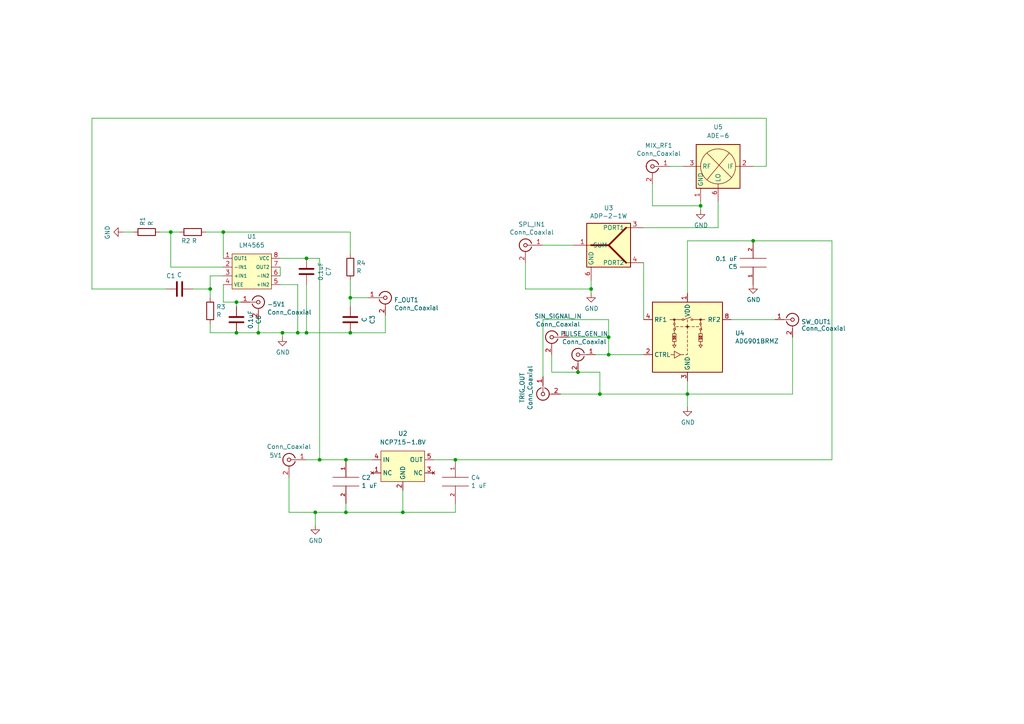
<source format=kicad_sch>
(kicad_sch (version 20211123) (generator eeschema)
  (paper "A4")
  (lib_symbols
    (symbol "Connector:Conn_Coaxial" (pin_names (offset 1.016) hide)
      (property "Reference" "J" (at 0.254 3.048 0))
      (property "Value" "Conn_Coaxial" (at 2.921 0 90))
      (symbol "Conn_Coaxial_0_1"
        (arc (start -1.778 -0.508) (mid 0.222 -1.808) (end 1.778 0) (stroke (width 0.254)))
        (polyline (pts (xy -2.54 0) (xy -0.508 0)))
        (polyline (pts (xy 0 -2.54) (xy 0 -1.778)))
        (circle (center 0 0) (radius 0.508) (stroke (width 0.2032)))
        (arc (start 1.778 0) (mid 0.222 1.8083) (end -1.778 0.508) (stroke (width 0.254)))
      )
      (symbol "Conn_Coaxial_1_1"
        (pin passive line (at -5.08 0 0) (length 2.54) (name "In") (number "1"))
        (pin passive line (at 0 -5.08 90) (length 2.54) (name "Ext") (number "2"))
      )
    )
    (symbol "Device:C" (pin_numbers hide) (pin_names (offset 0.254))
      (property "Reference" "C" (at 0.635 2.54 0))
      (property "Value" "C" (at 0.635 -2.54 0))
      (symbol "C_0_1"
        (polyline (pts (xy -2.032 -0.762) (xy 2.032 -0.762)) (stroke (width 0.508)))
        (polyline (pts (xy -2.032 0.762) (xy 2.032 0.762)) (stroke (width 0.508)))
      )
      (symbol "C_1_1"
        (pin passive line (at 0 3.81 270) (length 2.794) (name "~") (number "1"))
        (pin passive line (at 0 -3.81 90) (length 2.794) (name "~") (number "2"))
      )
    )
    (symbol "Device:R" (pin_numbers hide) (pin_names (offset 0))
      (property "Reference" "R" (at 2.032 0 90))
      (property "Value" "R" (at 0 0 90))
      (symbol "R_0_1"
        (rectangle (start -1.016 -2.54) (end 1.016 2.54) (stroke (width 0.254)))
      )
      (symbol "R_1_1"
        (pin passive line (at 0 3.81 270) (length 1.27) (name "~") (number "1"))
        (pin passive line (at 0 -3.81 90) (length 1.27) (name "~") (number "2"))
      )
    )
    (symbol "LM4565 Operational Amplifier:LM4565"
      (property "Reference" "U" (at 0 -6.35 0))
      (property "Value" "LM4565" (at 0 6.35 0))
      (symbol "LM4565_0_1"
        (rectangle (start -6.35 5.08) (end 5.08 -5.08) (fill (type background)))
      )
      (symbol "LM4565_1_1"
        (pin output line (at -8.89 3.81 0) (length 2.54) (name "OUT1") (number "1"))
        (pin input line (at -8.89 1.27 0) (length 2.54) (name "-IN1") (number "2"))
        (pin input line (at -8.89 -1.27 0) (length 2.54) (name "+IN1") (number "3"))
        (pin power_in line (at -8.89 -3.81 0) (length 2.54) (name "VEE") (number "4"))
        (pin input line (at 7.62 -3.81 180) (length 2.54) (name "+IN2") (number "5"))
        (pin input line (at 7.62 -1.27 180) (length 2.54) (name "-IN2") (number "6"))
        (pin output line (at 7.62 1.27 180) (length 2.54) (name "OUT2") (number "7"))
        (pin power_in line (at 7.62 3.81 180) (length 2.54) (name "VCC") (number "8"))
      )
    )
    (symbol "NCP715:NCP715-1.8V"
      (property "Reference" "U" (at -5.08 -6.35 0))
      (property "Value" "NCP715-1.8V" (at 0 7.62 0))
      (symbol "NCP715-1.8V_0_1"
        (rectangle (start -6.35 5.08) (end 6.35 -3.81) (fill (type background)))
      )
      (symbol "NCP715-1.8V_1_1"
        (pin no_connect line (at -8.89 -1.27 0) (length 2.54) (name "NC") (number "1"))
        (pin power_in line (at 0 -6.35 90) (length 2.54) (name "GND") (number "2"))
        (pin no_connect line (at 8.89 -1.27 180) (length 2.54) (name "NC") (number "3"))
        (pin power_in line (at -8.89 2.54 0) (length 2.54) (name "IN") (number "4"))
        (pin power_out line (at 8.89 2.54 180) (length 2.54) (name "OUT") (number "5"))
      )
    )
    (symbol "RF:ADP-2-1W"
      (property "Reference" "U" (at -6.35 7.62 0))
      (property "Value" "ADP-2-1W" (at 6.35 7.62 0))
      (symbol "ADP-2-1W_0_1"
        (rectangle (start -6.35 6.35) (end 6.35 -6.35) (stroke (width 0.254)) (fill (type background)))
        (polyline (pts (xy 0 0) (xy 5.08 -5.08)) (stroke (width 0.508)))
        (polyline (pts (xy -5.08 0) (xy 0 0) (xy 5.08 5.08)) (stroke (width 0.508)))
      )
      (symbol "ADP-2-1W_1_1"
        (pin passive line (at -10.16 0 0) (length 5.08) (name "SUM") (number "1"))
        (pin no_connect line (at 5.08 2.54 180) (length 5.08) hide (name "NC") (number "2"))
        (pin passive line (at 10.16 5.08 180) (length 5.08) (name "PORT1") (number "3"))
        (pin passive line (at 10.16 -5.08 180) (length 5.08) (name "PORT2") (number "4"))
        (pin no_connect line (at 5.08 -2.54 180) (length 5.08) hide (name "NC") (number "5"))
        (pin passive line (at -5.08 -10.16 90) (length 3.81) (name "GND") (number "6"))
      )
    )
    (symbol "RF_Mixer:ADE-6"
      (property "Reference" "U" (at -6.35 7.62 0))
      (property "Value" "ADE-6" (at 6.35 7.62 0))
      (symbol "ADE-6_0_1"
        (rectangle (start -6.35 6.35) (end 6.35 -6.35) (stroke (width 0.254)) (fill (type background)))
        (polyline (pts (xy -3.175 -3.81) (xy 3.175 3.81)))
        (polyline (pts (xy 3.81 -3.175) (xy -3.175 3.81)))
        (circle (center 0 0) (radius 5.08))
      )
      (symbol "ADE-6_1_1"
        (pin power_in line (at -5.08 -10.16 90) (length 3.81) (name "GND") (number "1"))
        (pin output line (at 10.16 0 180) (length 5.08) (name "IF") (number "2"))
        (pin input line (at -10.16 0 0) (length 5.08) (name "RF") (number "3"))
        (pin passive line (at -5.08 -10.16 90) (length 3.81) hide (name "GND") (number "4"))
        (pin passive line (at -5.08 -10.16 90) (length 3.81) hide (name "GND") (number "5"))
        (pin input line (at 0 -10.16 90) (length 5.08) (name "LO") (number "6"))
      )
    )
    (symbol "RF_Switch:ADG901BRMZ"
      (property "Reference" "U" (at -10.16 11.43 0))
      (property "Value" "ADG901BRMZ" (at 1.27 11.43 0))
      (symbol "ADG901BRMZ_0_0"
        (rectangle (start -10.16 10.16) (end 10.16 -10.16) (stroke (width 0.254)) (fill (type background)))
        (polyline (pts (xy -4.826 -5.08) (xy -3.81 -5.08)))
        (polyline (pts (xy -2.54 3.048) (xy -3.302 3.048)))
        (polyline (pts (xy -2.032 3.048) (xy -1.27 3.048)))
        (polyline (pts (xy -1.016 -5.08) (xy -2.032 -5.08)))
        (polyline (pts (xy 0 -3.302) (xy 0 -4.064)))
        (polyline (pts (xy 0 -2.032) (xy 0 -2.794)))
        (polyline (pts (xy 0 -0.762) (xy 0 -1.524)))
        (polyline (pts (xy 0 0.508) (xy 0 -0.254)))
        (polyline (pts (xy 0 1.778) (xy 0 1.016)))
        (polyline (pts (xy 0 3.048) (xy -0.762 3.048)))
        (polyline (pts (xy 0 3.048) (xy 0 2.286)))
        (polyline (pts (xy 0 3.048) (xy 0 3.81)))
        (polyline (pts (xy 0 3.048) (xy 0.762 3.048)))
        (polyline (pts (xy 0 4.318) (xy 0 5.08)))
        (polyline (pts (xy 1.27 3.048) (xy 2.032 3.048)))
        (polyline (pts (xy 2.54 3.048) (xy 3.302 3.048)))
        (polyline (pts (xy 0 -4.572) (xy 0 -5.08) (xy -0.508 -5.08)))
        (polyline (pts (xy -3.81 -4.064) (xy -3.81 -6.096) (xy -2.032 -5.08) (xy -3.81 -4.064)))
        (circle (center 0 3.048) (radius 0.254) (fill (type outline)))
        (text "50" (at -3.81 -0.127 900) (effects (font (size 0.635 0.635))))
        (text "50" (at 3.81 -0.127 900) (effects (font (size 0.635 0.635))))
      )
      (symbol "ADG901BRMZ_0_1"
        (rectangle (start -4.318 1.016) (end -3.302 -1.27))
        (circle (center -3.81 2.286) (radius 0.254))
        (circle (center -3.81 3.81) (radius 0.254))
        (circle (center -3.81 5.08) (radius 0.254) (fill (type outline)))
        (circle (center -1.27 5.08) (radius 0.254))
        (polyline (pts (xy -5.08 5.08) (xy -1.524 5.08)))
        (polyline (pts (xy -3.81 2.032) (xy -3.81 1.016)))
        (polyline (pts (xy -3.81 3.556) (xy -3.429 2.159)))
        (polyline (pts (xy -3.81 5.08) (xy -3.81 4.064)))
        (polyline (pts (xy -1.016 5.08) (xy 1.016 5.842)))
        (polyline (pts (xy 1.524 5.08) (xy 5.08 5.08)))
        (polyline (pts (xy 3.81 2.032) (xy 3.81 1.016)))
        (polyline (pts (xy 3.81 3.556) (xy 4.191 2.159)))
        (polyline (pts (xy 3.81 5.08) (xy 3.81 4.064)))
        (polyline (pts (xy -3.81 -1.27) (xy -3.81 -2.286) (xy -4.318 -2.286) (xy -3.81 -3.048) (xy -3.302 -2.286) (xy -3.81 -2.286)))
        (polyline (pts (xy 3.81 -1.27) (xy 3.81 -2.286) (xy 3.302 -2.286) (xy 3.81 -3.048) (xy 4.318 -2.286) (xy 3.81 -2.286)))
        (circle (center 1.27 5.08) (radius 0.254))
        (rectangle (start 3.302 1.016) (end 4.318 -1.27))
        (circle (center 3.81 2.286) (radius 0.254))
        (circle (center 3.81 3.81) (radius 0.254))
        (circle (center 3.81 5.08) (radius 0.254) (fill (type outline)))
      )
      (symbol "ADG901BRMZ_1_1"
        (pin power_in line (at 0 12.7 270) (length 2.54) (name "VDD") (number "1"))
        (pin input line (at -12.7 -5.08 0) (length 2.54) (name "CTRL") (number "2"))
        (pin power_in line (at 0 -12.7 90) (length 2.54) (name "GND") (number "3"))
        (pin passive line (at -12.7 5.08 0) (length 2.54) (name "RF1") (number "4"))
        (pin passive line (at 0 -12.7 90) (length 2.54) hide (name "GND") (number "5"))
        (pin passive line (at 0 -12.7 90) (length 2.54) hide (name "GND") (number "6"))
        (pin passive line (at 0 -12.7 90) (length 2.54) hide (name "GND") (number "7"))
        (pin passive line (at 12.7 5.08 180) (length 2.54) (name "RF2") (number "8"))
      )
    )
    (symbol "power:GND" (power) (pin_names (offset 0))
      (property "Value" "GND" (at 0 -3.81 0))
      (symbol "GND_0_1"
        (polyline (pts (xy 0 0) (xy 0 -1.27) (xy 1.27 -1.27) (xy 0 -2.54) (xy -1.27 -1.27) (xy 0 -1.27)))
      )
      (symbol "GND_1_1"
        (pin power_in line (at 0 0 270) (length 0) hide (name "GND") (number "1"))
      )
    )
    (symbol "pspice:C" (pin_names (offset 0.254))
      (property "Reference" "C" (at 2.54 3.81 90))
      (property "Value" "C" (at 2.54 -3.81 90))
      (symbol "C_0_1"
        (polyline (pts (xy -3.81 -1.27) (xy 3.81 -1.27)))
        (polyline (pts (xy -3.81 1.27) (xy 3.81 1.27)))
      )
      (symbol "C_1_1"
        (pin passive line (at 0 6.35 270) (length 5.08) (name "~") (number "1"))
        (pin passive line (at 0 -6.35 90) (length 5.08) (name "~") (number "2"))
      )
    )
  )
  (junction (at 100.33 133.35))
  (junction (at 116.84 148.59))
  (junction (at 64.77 67.31))
  (junction (at 68.58 96.52))
  (junction (at 101.6 86.36))
  (junction (at 176.53 97.79))
  (junction (at 173.99 114.3))
  (junction (at 176.53 102.87))
  (junction (at 74.93 96.52))
  (junction (at 49.53 67.31))
  (junction (at 88.9 96.52))
  (junction (at 88.9 74.93))
  (junction (at 203.2 59.69))
  (junction (at 101.6 96.52))
  (junction (at 81.915 96.52))
  (junction (at 68.58 87.63))
  (junction (at 218.44 69.85))
  (junction (at 91.44 148.59))
  (junction (at 92.71 133.35))
  (junction (at 60.96 83.82))
  (junction (at 171.45 83.82))
  (junction (at 86.36 96.52))
  (junction (at 167.64 107.95))
  (junction (at 199.39 114.3))
  (junction (at 132.08 133.35))
  (junction (at 100.33 148.59))
  (wire (pts (xy 171.45 83.82) (xy 171.45 85.09)))
  (wire (pts (xy 157.48 109.22) (xy 157.48 92.71)))
  (wire (pts (xy 116.84 148.59) (xy 132.08 148.59)))
  (wire (pts (xy 101.6 86.36) (xy 101.6 88.9)))
  (wire (pts (xy 49.53 67.31) (xy 46.355 67.31)))
  (wire (pts (xy 229.87 97.79) (xy 229.87 114.3)))
  (wire (pts (xy 186.69 102.87) (xy 176.53 102.87)))
  (wire (pts (xy 100.33 133.35) (xy 107.95 133.35)))
  (wire (pts (xy 199.39 110.49) (xy 199.39 114.3)))
  (wire (pts (xy 52.07 67.31) (xy 49.53 67.31)))
  (wire (pts (xy 49.53 77.47) (xy 49.53 67.31)))
  (wire (pts (xy 68.58 87.63) (xy 64.77 87.63)))
  (wire (pts (xy 100.33 146.05) (xy 100.33 148.59)))
  (wire (pts (xy 26.67 83.82) (xy 48.26 83.82)))
  (wire (pts (xy 92.71 133.35) (xy 100.33 133.35)))
  (wire (pts (xy 176.53 92.71) (xy 176.53 97.79)))
  (wire (pts (xy 81.28 82.55) (xy 86.36 82.55)))
  (wire (pts (xy 160.02 102.87) (xy 160.02 107.95)))
  (wire (pts (xy 91.44 148.59) (xy 91.44 152.4)))
  (wire (pts (xy 81.915 96.52) (xy 86.36 96.52)))
  (wire (pts (xy 189.23 59.69) (xy 203.2 59.69)))
  (wire (pts (xy 64.77 74.93) (xy 64.77 67.31)))
  (wire (pts (xy 173.99 114.3) (xy 199.39 114.3)))
  (wire (pts (xy 157.48 92.71) (xy 176.53 92.71)))
  (wire (pts (xy 88.9 96.52) (xy 101.6 96.52)))
  (wire (pts (xy 176.53 97.79) (xy 165.1 97.79)))
  (wire (pts (xy 64.77 77.47) (xy 49.53 77.47)))
  (wire (pts (xy 55.88 83.82) (xy 60.96 83.82)))
  (wire (pts (xy 208.28 66.04) (xy 208.28 58.42)))
  (wire (pts (xy 111.76 96.52) (xy 101.6 96.52)))
  (wire (pts (xy 68.58 96.52) (xy 74.93 96.52)))
  (wire (pts (xy 64.77 80.01) (xy 60.96 80.01)))
  (wire (pts (xy 173.99 107.95) (xy 173.99 114.3)))
  (wire (pts (xy 132.08 133.35) (xy 241.3 133.35)))
  (wire (pts (xy 83.82 138.43) (xy 83.82 148.59)))
  (wire (pts (xy 38.735 67.31) (xy 35.56 67.31)))
  (wire (pts (xy 203.2 58.42) (xy 203.2 59.69)))
  (wire (pts (xy 69.85 87.63) (xy 68.58 87.63)))
  (wire (pts (xy 222.25 34.29) (xy 26.67 34.29)))
  (wire (pts (xy 218.44 48.26) (xy 222.25 48.26)))
  (wire (pts (xy 203.2 59.69) (xy 203.2 60.96)))
  (wire (pts (xy 186.69 76.2) (xy 186.69 92.71)))
  (wire (pts (xy 100.33 148.59) (xy 116.84 148.59)))
  (wire (pts (xy 157.48 71.12) (xy 166.37 71.12)))
  (wire (pts (xy 241.3 133.35) (xy 241.3 69.85)))
  (wire (pts (xy 199.39 85.09) (xy 199.39 69.85)))
  (wire (pts (xy 152.4 83.82) (xy 171.45 83.82)))
  (wire (pts (xy 26.67 83.82) (xy 26.67 34.29)))
  (wire (pts (xy 167.64 107.95) (xy 173.99 107.95)))
  (wire (pts (xy 218.44 69.85) (xy 241.3 69.85)))
  (wire (pts (xy 172.72 102.87) (xy 176.53 102.87)))
  (wire (pts (xy 60.96 80.01) (xy 60.96 83.82)))
  (wire (pts (xy 92.71 74.93) (xy 92.71 133.35)))
  (wire (pts (xy 59.69 67.31) (xy 64.77 67.31)))
  (wire (pts (xy 88.9 82.55) (xy 88.9 96.52)))
  (wire (pts (xy 86.36 96.52) (xy 88.9 96.52)))
  (wire (pts (xy 91.44 148.59) (xy 100.33 148.59)))
  (wire (pts (xy 60.96 83.82) (xy 60.96 86.36)))
  (wire (pts (xy 199.39 114.3) (xy 199.39 118.11)))
  (wire (pts (xy 171.45 81.28) (xy 171.45 83.82)))
  (wire (pts (xy 125.73 133.35) (xy 132.08 133.35)))
  (wire (pts (xy 160.02 107.95) (xy 167.64 107.95)))
  (wire (pts (xy 88.9 74.93) (xy 92.71 74.93)))
  (wire (pts (xy 176.53 102.87) (xy 176.53 97.79)))
  (wire (pts (xy 101.6 86.36) (xy 106.68 86.36)))
  (wire (pts (xy 194.31 48.26) (xy 198.12 48.26)))
  (wire (pts (xy 111.76 91.44) (xy 111.76 96.52)))
  (wire (pts (xy 64.77 87.63) (xy 64.77 82.55)))
  (wire (pts (xy 162.56 114.3) (xy 173.99 114.3)))
  (wire (pts (xy 86.36 82.55) (xy 86.36 96.52)))
  (wire (pts (xy 212.09 92.71) (xy 224.79 92.71)))
  (wire (pts (xy 88.9 133.35) (xy 92.71 133.35)))
  (wire (pts (xy 81.28 74.93) (xy 88.9 74.93)))
  (wire (pts (xy 81.28 77.47) (xy 81.28 80.01)))
  (wire (pts (xy 222.25 48.26) (xy 222.25 34.29)))
  (wire (pts (xy 60.96 93.98) (xy 60.96 96.52)))
  (wire (pts (xy 152.4 76.2) (xy 152.4 83.82)))
  (wire (pts (xy 101.6 73.66) (xy 101.6 67.31)))
  (wire (pts (xy 101.6 81.28) (xy 101.6 86.36)))
  (wire (pts (xy 68.58 87.63) (xy 68.58 88.9)))
  (wire (pts (xy 83.82 148.59) (xy 91.44 148.59)))
  (wire (pts (xy 132.08 148.59) (xy 132.08 146.05)))
  (wire (pts (xy 60.96 96.52) (xy 68.58 96.52)))
  (wire (pts (xy 74.93 92.71) (xy 74.93 96.52)))
  (wire (pts (xy 199.39 69.85) (xy 218.44 69.85)))
  (wire (pts (xy 116.84 142.24) (xy 116.84 148.59)))
  (wire (pts (xy 186.69 66.04) (xy 208.28 66.04)))
  (wire (pts (xy 81.915 97.79) (xy 81.915 96.52)))
  (wire (pts (xy 189.23 53.34) (xy 189.23 59.69)))
  (wire (pts (xy 101.6 67.31) (xy 64.77 67.31)))
  (wire (pts (xy 74.93 96.52) (xy 81.915 96.52)))
  (wire (pts (xy 229.87 114.3) (xy 199.39 114.3)))
  (symbol (lib_id "Device:R") (at 55.88 67.31 90) (unit 1)
    (property "Reference" "R2" (at 55.245 69.85 90) (effects (justify left)))
    (property "Value" "R" (at 57.15 69.85 90) (effects (justify left)))
    (property "Footprint" "Resistor_SMD:R_1206_3216Metric" (effects hide))
  )
  (symbol (lib_id "power:GND") (at 91.44 152.4 0) (unit 1)
    (property "Reference" "#PWR0106" (effects hide))
    (property "Value" "GND" (at 91.567 156.7942 0))
  )
  (symbol (lib_id "Connector:Conn_Coaxial") (at 74.93 87.63 0) (unit 1)
    (property "Reference" "-5V1" (at 77.47 88.265 0) (effects (justify left)))
    (property "Value" "Conn_Coaxial" (at 77.47 90.5764 0) (effects (justify left)))
    (property "Footprint" "Connector_Coaxial:SMA_Samtec_SMA-J-P-X-ST-EM1_EdgeMount" (effects hide))
    (property "Datasheet" " ~" (effects hide))
  )
  (symbol (lib_id "Connector:Conn_Coaxial") (at 152.4 71.12 0) (mirror y) (unit 1)
    (property "Reference" "SPL_IN1" (at 154.2288 65.0748 0))
    (property "Value" "Conn_Coaxial" (at 154.2288 67.3862 0))
    (property "Footprint" "Connector_Coaxial:SMA_Samtec_SMA-J-P-X-ST-EM1_EdgeMount" (effects hide))
    (property "Datasheet" " ~" (effects hide))
  )
  (symbol (lib_id "Device:C") (at 101.6 92.71 180) (unit 1)
    (property "Reference" "C3" (at 108.0008 92.71 90))
    (property "Value" "C" (at 105.6894 92.71 90))
    (property "Footprint" "Capacitor_SMD:C_1206_3216Metric" (effects hide))
  )
  (symbol (lib_id "power:GND") (at 218.44 82.55 0) (unit 1)
    (property "Reference" "#PWR0102" (effects hide))
    (property "Value" "GND" (at 218.567 86.9442 0))
  )
  (symbol (lib_id "power:GND") (at 35.56 67.31 270) (unit 1)
    (property "Reference" "#PWR0101" (effects hide))
    (property "Value" "GND" (at 31.1658 67.437 0))
  )
  (symbol (lib_id "RF_Mixer:ADE-6") (at 208.28 48.26 0) (unit 1)
    (property "Reference" "U5" (at 208.28 36.83 0))
    (property "Value" "ADE-6" (at 208.28 39.37 0))
    (property "Footprint" "RF_Mini-Circuits:Mini-Circuits_CD542_LandPatternPL-052" (effects hide))
    (property "Datasheet" "https://www.minicircuits.com/pdfs/ADE-6.pdf" (effects hide))
  )
  (symbol (lib_id "Device:R") (at 42.545 67.31 90) (unit 1)
    (property "Reference" "R1" (at 41.3766 65.532 0) (effects (justify left)))
    (property "Value" "R" (at 43.688 65.532 0) (effects (justify left)))
    (property "Footprint" "Resistor_SMD:R_1206_3216Metric" (effects hide))
  )
  (symbol (lib_id "LM4565 Operational Amplifier:LM4565") (at 73.66 78.74 0) (unit 1)
    (property "Reference" "U1" (at 73.025 68.58 0))
    (property "Value" "LM4565" (at 73.025 71.12 0))
    (property "Footprint" "Package_SO:TSSOP-8_4.4x3mm_P0.65mm" (effects hide))
  )
  (symbol (lib_id "Connector:Conn_Coaxial") (at 229.87 92.71 0) (unit 1)
    (property "Reference" "SW_OUT1" (at 232.41 93.345 0) (effects (justify left)))
    (property "Value" "Conn_Coaxial" (at 232.41 95.25 0) (effects (justify left)))
    (property "Footprint" "Connector_Coaxial:SMA_Samtec_SMA-J-P-X-ST-EM1_EdgeMount" (effects hide))
    (property "Datasheet" " ~" (effects hide))
  )
  (symbol (lib_id "RF_Switch:ADG901BRMZ") (at 199.39 97.79 0) (unit 1)
    (property "Reference" "U4" (at 213.2076 96.6216 0) (effects (justify left)))
    (property "Value" "ADG901BRMZ" (at 213.2076 98.933 0) (effects (justify left)))
    (property "Footprint" "Package_SO:MSOP-8_3x3mm_P0.65mm" (effects hide))
    (property "Datasheet" "https://www.analog.com/media/en/technical-documentation/data-sheets/ADG901_902.pdf" (effects hide))
  )
  (symbol (lib_id "power:GND") (at 199.39 118.11 0) (unit 1)
    (property "Reference" "#PWR0105" (effects hide))
    (property "Value" "GND" (at 199.517 122.5042 0))
  )
  (symbol (lib_id "Connector:Conn_Coaxial") (at 160.02 97.79 0) (mirror y) (unit 1)
    (property "Reference" "SIN_SIGNAL_IN" (at 161.8488 91.7448 0))
    (property "Value" "Conn_Coaxial" (at 161.8488 94.0562 0))
    (property "Footprint" "Connector_Coaxial:SMA_Samtec_SMA-J-P-X-ST-EM1_EdgeMount" (effects hide))
    (property "Datasheet" " ~" (effects hide))
  )
  (symbol (lib_id "Connector:Conn_Coaxial") (at 83.82 133.35 0) (mirror y) (unit 1)
    (property "Reference" "5V1" (at 80.01 132.08 0))
    (property "Value" "Conn_Coaxial" (at 83.82 129.54 0))
    (property "Footprint" "Connector_Coaxial:SMA_Samtec_SMA-J-P-X-ST-EM1_EdgeMount" (effects hide))
    (property "Datasheet" " ~" (effects hide))
  )
  (symbol (lib_id "Connector:Conn_Coaxial") (at 189.23 48.26 0) (mirror y) (unit 1)
    (property "Reference" "MIX_RF1" (at 191.0588 42.2148 0))
    (property "Value" "Conn_Coaxial" (at 191.0588 44.5262 0))
    (property "Footprint" "Connector_Coaxial:SMA_Samtec_SMA-J-P-X-ST-EM1_EdgeMount" (effects hide))
    (property "Datasheet" " ~" (effects hide))
  )
  (symbol (lib_id "RF:ADP-2-1W") (at 176.53 71.12 0) (unit 1)
    (property "Reference" "U3" (at 176.53 60.325 0))
    (property "Value" "ADP-2-1W" (at 176.53 62.6364 0))
    (property "Footprint" "RF_Mini-Circuits:Mini-Circuits_CD636_LandPatternPL-035" (effects hide))
    (property "Datasheet" "https://www.minicircuits.com/pdfs/ADP-2-1W.pdf" (effects hide))
  )
  (symbol (lib_id "Device:C") (at 52.07 83.82 270) (unit 1)
    (property "Reference" "C1" (at 49.53 80.01 90))
    (property "Value" "C" (at 52.07 79.7306 90))
    (property "Footprint" "Capacitor_SMD:C_1206_3216Metric" (effects hide))
  )
  (symbol (lib_id "Device:C") (at 68.58 92.71 180) (unit 1)
    (property "Reference" "C6" (at 74.9808 92.71 90))
    (property "Value" "0.1uF" (at 72.6694 92.71 90))
    (property "Footprint" "Capacitor_SMD:C_1206_3216Metric" (effects hide))
  )
  (symbol (lib_id "Device:C") (at 88.9 78.74 180) (unit 1)
    (property "Reference" "C7" (at 95.3008 78.74 90))
    (property "Value" "0.1uF" (at 92.9894 78.74 90))
    (property "Footprint" "Capacitor_SMD:C_1206_3216Metric" (effects hide))
  )
  (symbol (lib_id "Connector:Conn_Coaxial") (at 111.76 86.36 0) (unit 1)
    (property "Reference" "F_OUT1" (at 114.3 86.995 0) (effects (justify left)))
    (property "Value" "Conn_Coaxial" (at 114.3 89.3064 0) (effects (justify left)))
    (property "Footprint" "Connector_Coaxial:SMA_Samtec_SMA-J-P-X-ST-EM1_EdgeMount" (effects hide))
    (property "Datasheet" " ~" (effects hide))
  )
  (symbol (lib_id "Connector:Conn_Coaxial") (at 167.64 102.87 0) (mirror y) (unit 1)
    (property "Reference" "PULSE_GEN_IN" (at 169.4688 96.8248 0))
    (property "Value" "Conn_Coaxial" (at 169.4688 99.1362 0))
    (property "Footprint" "Connector_Coaxial:SMA_Samtec_SMA-J-P-X-ST-EM1_EdgeMount" (effects hide))
    (property "Datasheet" " ~" (effects hide))
  )
  (symbol (lib_id "NCP715:NCP715-1.8V") (at 116.84 135.89 0) (unit 1)
    (property "Reference" "U2" (at 116.84 125.73 0))
    (property "Value" "NCP715-1.8V" (at 116.84 128.27 0))
    (property "Footprint" "Package_TO_SOT_SMD:SOT-353_SC-70-5" (effects hide))
  )
  (symbol (lib_id "power:GND") (at 171.45 85.09 0) (unit 1)
    (property "Reference" "#PWR0104" (effects hide))
    (property "Value" "GND" (at 171.577 89.4842 0))
  )
  (symbol (lib_id "power:GND") (at 81.915 97.79 0) (unit 1)
    (property "Reference" "#PWR0107" (effects hide))
    (property "Value" "GND" (at 82.042 102.1842 0))
  )
  (symbol (lib_id "pspice:C") (at 218.44 76.2 180) (unit 1)
    (property "Reference" "C5" (at 213.9188 77.3684 0) (effects (justify left)))
    (property "Value" "0.1 uF" (at 213.9188 75.057 0) (effects (justify left)))
    (property "Footprint" "Capacitor_SMD:C_1206_3216Metric" (effects hide))
  )
  (symbol (lib_id "Device:R") (at 60.96 90.17 0) (unit 1)
    (property "Reference" "R3" (at 62.738 89.0016 0) (effects (justify left)))
    (property "Value" "R" (at 62.738 91.313 0) (effects (justify left)))
    (property "Footprint" "Resistor_SMD:R_1206_3216Metric" (effects hide))
  )
  (symbol (lib_id "pspice:C") (at 132.08 139.7 0) (unit 1)
    (property "Reference" "C4" (at 136.6012 138.5316 0) (effects (justify left)))
    (property "Value" "1 uF" (at 136.6012 140.843 0) (effects (justify left)))
    (property "Footprint" "Capacitor_SMD:C_1206_3216Metric" (effects hide))
  )
  (symbol (lib_id "power:GND") (at 203.2 60.96 0) (unit 1)
    (property "Reference" "#PWR0103" (effects hide))
    (property "Value" "GND" (at 203.327 65.3542 0))
  )
  (symbol (lib_id "pspice:C") (at 100.33 139.7 0) (unit 1)
    (property "Reference" "C2" (at 104.8512 138.5316 0) (effects (justify left)))
    (property "Value" "1 uF" (at 104.8512 140.843 0) (effects (justify left)))
    (property "Footprint" "Capacitor_SMD:C_1206_3216Metric" (effects hide))
  )
  (symbol (lib_id "Device:R") (at 101.6 77.47 0) (unit 1)
    (property "Reference" "R4" (at 103.378 76.3016 0) (effects (justify left)))
    (property "Value" "R" (at 103.378 78.613 0) (effects (justify left)))
    (property "Footprint" "Resistor_SMD:R_1206_3216Metric" (effects hide))
  )
  (symbol (lib_id "Connector:Conn_Coaxial") (at 157.48 114.3 90) (mirror x) (unit 1)
    (property "Reference" "TRIG_OUT" (at 151.4348 112.4712 0))
    (property "Value" "Conn_Coaxial" (at 153.7462 112.4712 0))
    (property "Footprint" "Connector_Coaxial:SMA_Samtec_SMA-J-P-X-ST-EM1_EdgeMount" (effects hide))
    (property "Datasheet" " ~" (effects hide))
  )
)
</source>
